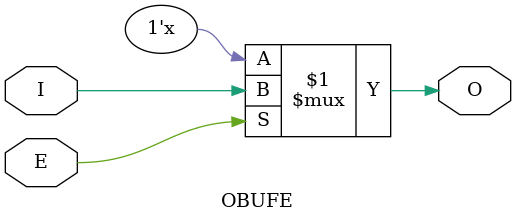
<source format=v>

`timescale  1 ps / 1 ps

`celldefine

module OBUFE (O, E, I);


    output O;

    input  E, I;

	bufif1 T1 (O, I, E);

    specify
	(I *> O) = (0, 0);
	(E *> O) = (0, 0);
    endspecify

endmodule

`endcelldefine

</source>
